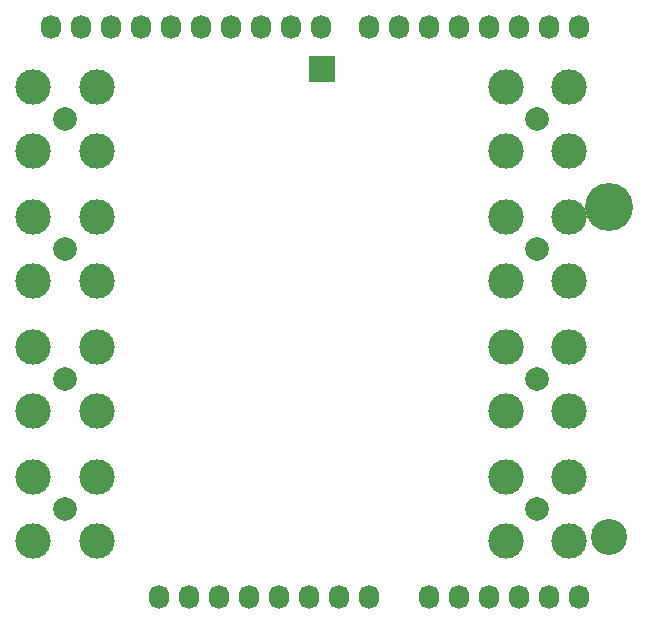
<source format=gbs>
G04 #@! TF.FileFunction,Soldermask,Bot*
%FSLAX46Y46*%
G04 Gerber Fmt 4.6, Leading zero omitted, Abs format (unit mm)*
G04 Created by KiCad (PCBNEW (2014-11-17 BZR 5289)-product) date Sat 24 Oct 2015 02:56:26 PM EDT*
%MOMM*%
G01*
G04 APERTURE LIST*
%ADD10C,0.100000*%
%ADD11C,4.064000*%
%ADD12O,1.727200X2.032000*%
%ADD13C,3.048000*%
%ADD14R,2.235200X2.235200*%
%ADD15C,1.998980*%
%ADD16C,3.000000*%
G04 APERTURE END LIST*
D10*
D11*
X177038000Y-90805000D03*
D12*
X138938000Y-123825000D03*
X141478000Y-123825000D03*
X144018000Y-123825000D03*
X146558000Y-123825000D03*
X149098000Y-123825000D03*
X151638000Y-123825000D03*
X154178000Y-123825000D03*
X156718000Y-123825000D03*
X161798000Y-123825000D03*
X164338000Y-123825000D03*
X166878000Y-123825000D03*
X169418000Y-123825000D03*
X171958000Y-123825000D03*
X174498000Y-123825000D03*
X129794000Y-75565000D03*
X132334000Y-75565000D03*
X134874000Y-75565000D03*
X137414000Y-75565000D03*
X139954000Y-75565000D03*
X142494000Y-75565000D03*
X145034000Y-75565000D03*
X147574000Y-75565000D03*
X150114000Y-75565000D03*
X152654000Y-75565000D03*
X156718000Y-75565000D03*
X159258000Y-75565000D03*
X161798000Y-75565000D03*
X164338000Y-75565000D03*
X166878000Y-75565000D03*
X169418000Y-75565000D03*
X171958000Y-75565000D03*
X174498000Y-75565000D03*
D13*
X177038000Y-118745000D03*
D14*
X152748000Y-79115000D03*
D15*
X170998000Y-116365000D03*
D16*
X173698020Y-119065020D03*
X173698020Y-113664980D03*
X168297980Y-113664980D03*
X168297980Y-119065020D03*
D15*
X170998000Y-105365000D03*
D16*
X173698020Y-108065020D03*
X173698020Y-102664980D03*
X168297980Y-102664980D03*
X168297980Y-108065020D03*
D15*
X170998000Y-94365000D03*
D16*
X173698020Y-97065020D03*
X173698020Y-91664980D03*
X168297980Y-91664980D03*
X168297980Y-97065020D03*
D15*
X170998000Y-83365000D03*
D16*
X173698020Y-86065020D03*
X173698020Y-80664980D03*
X168297980Y-80664980D03*
X168297980Y-86065020D03*
D15*
X130998000Y-83365000D03*
D16*
X128297980Y-80664980D03*
X128297980Y-86065020D03*
X133698020Y-86065020D03*
X133698020Y-80664980D03*
D15*
X130998000Y-94365000D03*
D16*
X128297980Y-91664980D03*
X128297980Y-97065020D03*
X133698020Y-97065020D03*
X133698020Y-91664980D03*
D15*
X130998000Y-105365000D03*
D16*
X128297980Y-102664980D03*
X128297980Y-108065020D03*
X133698020Y-108065020D03*
X133698020Y-102664980D03*
D15*
X130998000Y-116365000D03*
D16*
X128297980Y-113664980D03*
X128297980Y-119065020D03*
X133698020Y-119065020D03*
X133698020Y-113664980D03*
M02*

</source>
